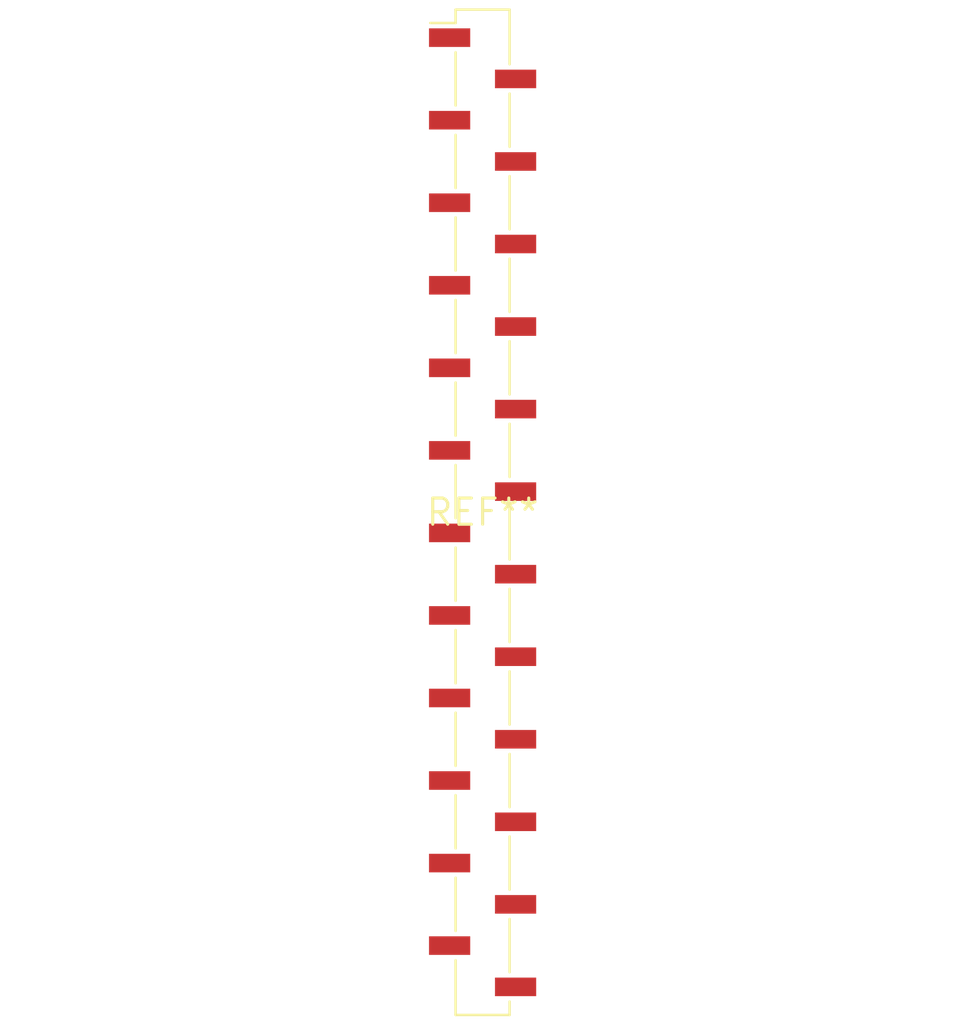
<source format=kicad_pcb>
(kicad_pcb (version 20240108) (generator pcbnew)
  (layers (0 "F.Cu" signal) (31 "B.Cu" signal) (34 "B.Paste" user) (35 "F.Paste" user) (36 "B.SilkS" user "B.Silkscreen") (37 "F.SilkS" user "F.Silkscreen") (38 "B.Mask" user) (39 "F.Mask" user) (44 "Edge.Cuts" user))
  (net 0 "")
  (footprint "PinSocket_1x24_P2.00mm_Vertical_SMD_Pin1Left" (layer "F.Cu") (at 0 0)
    (property "Reference" "REF**")
    (property "Value" "PinSocket_1x24_P2.00mm_Vertical_SMD_Pin1Left")
    (fp_line (start -2.54 -23.71) (end -1.31 -23.71) (layer "F.SilkS") (stroke (width 0.12)))
    (fp_line (start -1.31 -24.36) (end -1.31 -23.71) (layer "F.SilkS") (stroke (width 0.12)))
    (fp_line (start -1.31 -24.36) (end 1.31 -24.36) (layer "F.SilkS") (stroke (width 0.12)))
    (fp_line (start -1.31 -22.29) (end -1.31 -19.71) (layer "F.SilkS") (stroke (width 0.12)))
    (fp_line (start -1.31 -18.29) (end -1.31 -15.71) (layer "F.SilkS") (stroke (width 0.12)))
    (fp_line (start -1.31 -14.29) (end -1.31 -11.71) (layer "F.SilkS") (stroke (width 0.12)))
    (fp_line (start -1.31 -10.29) (end -1.31 -7.71) (layer "F.SilkS") (stroke (width 0.12)))
    (fp_line (start -1.31 -6.29) (end -1.31 -3.71) (layer "F.SilkS") (stroke (width 0.12)))
    (fp_line (start -1.31 -2.29) (end -1.31 0.29) (layer "F.SilkS") (stroke (width 0.12)))
    (fp_line (start -1.31 1.71) (end -1.31 4.29) (layer "F.SilkS") (stroke (width 0.12)))
    (fp_line (start -1.31 5.71) (end -1.31 8.29) (layer "F.SilkS") (stroke (width 0.12)))
    (fp_line (start -1.31 9.71) (end -1.31 12.29) (layer "F.SilkS") (stroke (width 0.12)))
    (fp_line (start -1.31 13.71) (end -1.31 16.29) (layer "F.SilkS") (stroke (width 0.12)))
    (fp_line (start -1.31 17.71) (end -1.31 20.29) (layer "F.SilkS") (stroke (width 0.12)))
    (fp_line (start -1.31 21.71) (end -1.31 24.36) (layer "F.SilkS") (stroke (width 0.12)))
    (fp_line (start -1.31 24.36) (end 1.31 24.36) (layer "F.SilkS") (stroke (width 0.12)))
    (fp_line (start 1.31 -24.36) (end 1.31 -21.71) (layer "F.SilkS") (stroke (width 0.12)))
    (fp_line (start 1.31 -20.29) (end 1.31 -17.71) (layer "F.SilkS") (stroke (width 0.12)))
    (fp_line (start 1.31 -16.29) (end 1.31 -13.71) (layer "F.SilkS") (stroke (width 0.12)))
    (fp_line (start 1.31 -12.29) (end 1.31 -9.71) (layer "F.SilkS") (stroke (width 0.12)))
    (fp_line (start 1.31 -8.29) (end 1.31 -5.71) (layer "F.SilkS") (stroke (width 0.12)))
    (fp_line (start 1.31 -4.29) (end 1.31 -1.71) (layer "F.SilkS") (stroke (width 0.12)))
    (fp_line (start 1.31 -0.29) (end 1.31 2.29) (layer "F.SilkS") (stroke (width 0.12)))
    (fp_line (start 1.31 3.71) (end 1.31 6.29) (layer "F.SilkS") (stroke (width 0.12)))
    (fp_line (start 1.31 7.71) (end 1.31 10.29) (layer "F.SilkS") (stroke (width 0.12)))
    (fp_line (start 1.31 11.71) (end 1.31 14.29) (layer "F.SilkS") (stroke (width 0.12)))
    (fp_line (start 1.31 15.71) (end 1.31 18.29) (layer "F.SilkS") (stroke (width 0.12)))
    (fp_line (start 1.31 19.71) (end 1.31 22.29) (layer "F.SilkS") (stroke (width 0.12)))
    (fp_line (start 1.31 23.71) (end 1.31 24.36) (layer "F.SilkS") (stroke (width 0.12)))
    (pad "1" smd rect (at -1.6 -23) (size 2 0.9) (layers "F.Cu" "F.Paste" "F.Mask"))
    (pad "2" smd rect (at 1.6 -21) (size 2 0.9) (layers "F.Cu" "F.Paste" "F.Mask"))
    (pad "3" smd rect (at -1.6 -19) (size 2 0.9) (layers "F.Cu" "F.Paste" "F.Mask"))
    (pad "4" smd rect (at 1.6 -17) (size 2 0.9) (layers "F.Cu" "F.Paste" "F.Mask"))
    (pad "5" smd rect (at -1.6 -15) (size 2 0.9) (layers "F.Cu" "F.Paste" "F.Mask"))
    (pad "6" smd rect (at 1.6 -13) (size 2 0.9) (layers "F.Cu" "F.Paste" "F.Mask"))
    (pad "7" smd rect (at -1.6 -11) (size 2 0.9) (layers "F.Cu" "F.Paste" "F.Mask"))
    (pad "8" smd rect (at 1.6 -9) (size 2 0.9) (layers "F.Cu" "F.Paste" "F.Mask"))
    (pad "9" smd rect (at -1.6 -7) (size 2 0.9) (layers "F.Cu" "F.Paste" "F.Mask"))
    (pad "10" smd rect (at 1.6 -5) (size 2 0.9) (layers "F.Cu" "F.Paste" "F.Mask"))
    (pad "11" smd rect (at -1.6 -3) (size 2 0.9) (layers "F.Cu" "F.Paste" "F.Mask"))
    (pad "12" smd rect (at 1.6 -1) (size 2 0.9) (layers "F.Cu" "F.Paste" "F.Mask"))
    (pad "13" smd rect (at -1.6 1) (size 2 0.9) (layers "F.Cu" "F.Paste" "F.Mask"))
    (pad "14" smd rect (at 1.6 3) (size 2 0.9) (layers "F.Cu" "F.Paste" "F.Mask"))
    (pad "15" smd rect (at -1.6 5) (size 2 0.9) (layers "F.Cu" "F.Paste" "F.Mask"))
    (pad "16" smd rect (at 1.6 7) (size 2 0.9) (layers "F.Cu" "F.Paste" "F.Mask"))
    (pad "17" smd rect (at -1.6 9) (size 2 0.9) (layers "F.Cu" "F.Paste" "F.Mask"))
    (pad "18" smd rect (at 1.6 11) (size 2 0.9) (layers "F.Cu" "F.Paste" "F.Mask"))
    (pad "19" smd rect (at -1.6 13) (size 2 0.9) (layers "F.Cu" "F.Paste" "F.Mask"))
    (pad "20" smd rect (at 1.6 15) (size 2 0.9) (layers "F.Cu" "F.Paste" "F.Mask"))
    (pad "21" smd rect (at -1.6 17) (size 2 0.9) (layers "F.Cu" "F.Paste" "F.Mask"))
    (pad "22" smd rect (at 1.6 19) (size 2 0.9) (layers "F.Cu" "F.Paste" "F.Mask"))
    (pad "23" smd rect (at -1.6 21) (size 2 0.9) (layers "F.Cu" "F.Paste" "F.Mask"))
    (pad "24" smd rect (at 1.6 23) (size 2 0.9) (layers "F.Cu" "F.Paste" "F.Mask"))
  )
)
</source>
